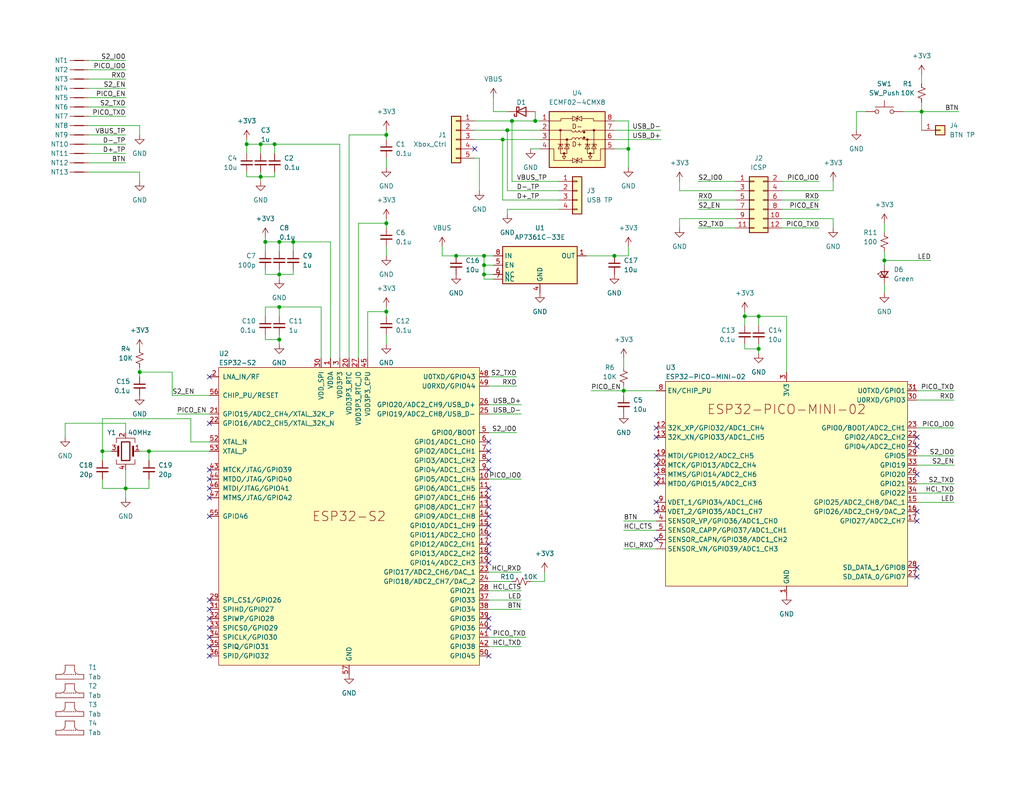
<source format=kicad_sch>
(kicad_sch (version 20250114) (generator "eeschema") (generator_version "9.0")
  (paper "USLetter")
  (title_block (title "BlueRetroX") (date "2025-03-02") (rev "v2.3") (company "©2024-2025 Jacques Gagnon, licensed under CC-BY-4.0"))
  (junction (at 71.12 39.37))
  (junction (at 251.46 30.48))
  (junction (at 76.2 83.82))
  (junction (at 171.45 40.64))
  (junction (at 38.1 101.6))
  (junction (at 74.93 39.37))
  (junction (at 105.41 36.83))
  (junction (at 105.41 60.96))
  (junction (at 146.05 33.02))
  (junction (at 27.94 123.19))
  (junction (at 67.31 39.37))
  (junction (at 203.2 86.36))
  (junction (at 71.12 48.26))
  (junction (at 137.16 38.1))
  (junction (at 207.01 95.25))
  (junction (at 207.01 86.36))
  (junction (at 76.2 92.71))
  (junction (at 124.46 69.85))
  (junction (at 241.3 71.12))
  (junction (at 170.18 106.68))
  (junction (at 40.64 123.19))
  (junction (at 167.64 69.85))
  (junction (at 105.41 85.09))
  (junction (at 132.08 69.85))
  (junction (at 34.29 133.35))
  (junction (at 132.08 72.39))
  (junction (at 138.43 35.56))
  (junction (at 72.39 66.04))
  (junction (at 76.2 66.04))
  (junction (at 76.2 74.93))
  (junction (at 80.01 66.04))
  (junction (at 132.08 74.93))
  (junction (at 139.7 33.02))
  (no_connect (at 57.15 140.97))
  (no_connect (at 179.07 132.08))
  (no_connect (at 133.35 179.07))
  (no_connect (at 57.15 135.89))
  (no_connect (at 179.07 139.7))
  (no_connect (at 250.19 157.48))
  (no_connect (at 179.07 129.54))
  (no_connect (at 250.19 119.38))
  (no_connect (at 57.15 173.99))
  (no_connect (at 133.35 168.91))
  (no_connect (at 57.15 176.53))
  (no_connect (at 133.35 123.19))
  (no_connect (at 133.35 148.59))
  (no_connect (at 133.35 140.97))
  (no_connect (at 133.35 171.45))
  (no_connect (at 179.07 127))
  (no_connect (at 133.35 138.43))
  (no_connect (at 129.54 40.64))
  (no_connect (at 250.19 142.24))
  (no_connect (at 57.15 179.07))
  (no_connect (at 133.35 120.65))
  (no_connect (at 57.15 128.27))
  (no_connect (at 133.35 128.27))
  (no_connect (at 57.15 130.81))
  (no_connect (at 250.19 129.54))
  (no_connect (at 133.35 146.05))
  (no_connect (at 250.19 121.92))
  (no_connect (at 133.35 153.67))
  (no_connect (at 179.07 119.38))
  (no_connect (at 133.35 135.89))
  (no_connect (at 250.19 154.94))
  (no_connect (at 57.15 166.37))
  (no_connect (at 57.15 171.45))
  (no_connect (at 250.19 139.7))
  (no_connect (at 57.15 168.91))
  (no_connect (at 57.15 115.57))
  (no_connect (at 179.07 137.16))
  (no_connect (at 133.35 151.13))
  (no_connect (at 133.35 125.73))
  (no_connect (at 57.15 163.83))
  (no_connect (at 57.15 102.87))
  (no_connect (at 133.35 133.35))
  (no_connect (at 179.07 147.32))
  (no_connect (at 133.35 143.51))
  (no_connect (at 179.07 116.84))
  (no_connect (at 57.15 133.35))
  (no_connect (at 179.07 124.46))
  (wire (pts (xy 38.1 101.6) (xy 38.1 102.87)))
  (wire (pts (xy 72.39 66.04) (xy 72.39 64.77)))
  (wire (pts (xy 27.94 130.81) (xy 27.94 133.35)))
  (wire (pts (xy 97.79 97.79) (xy 97.79 60.96)))
  (wire (pts (xy 171.45 33.02) (xy 171.45 40.64)))
  (wire (pts (xy 170.18 97.79) (xy 170.18 100.33)))
  (wire (pts (xy 207.01 86.36) (xy 214.63 86.36)))
  (wire (pts (xy 38.1 123.19) (xy 40.64 123.19)))
  (wire (pts (xy 227.33 59.69) (xy 227.33 62.23)))
  (wire (pts (xy 152.4 52.07) (xy 138.43 52.07)))
  (wire (pts (xy 167.64 38.1) (xy 180.34 38.1)))
  (wire (pts (xy 213.36 54.61) (xy 223.52 54.61)))
  (wire (pts (xy 167.64 33.02) (xy 171.45 33.02)))
  (wire (pts (xy 27.94 123.19) (xy 30.48 123.19)))
  (wire (pts (xy 76.2 73.66) (xy 76.2 74.93)))
  (wire (pts (xy 246.38 30.48) (xy 251.46 30.48)))
  (wire (pts (xy 251.46 30.48) (xy 261.62 30.48)))
  (wire (pts (xy 185.42 59.69) (xy 200.66 59.69)))
  (wire (pts (xy 144.78 40.64) (xy 147.32 40.64)))
  (wire (pts (xy 146.05 33.02) (xy 147.32 33.02)))
  (wire (pts (xy 24.13 36.83) (xy 34.29 36.83)))
  (wire (pts (xy 27.94 114.3) (xy 52.07 114.3)))
  (wire (pts (xy 132.08 74.93) (xy 132.08 72.39)))
  (wire (pts (xy 134.62 30.48) (xy 134.62 26.67)))
  (wire (pts (xy 213.36 49.53) (xy 223.52 49.53)))
  (wire (pts (xy 203.2 95.25) (xy 207.01 95.25)))
  (wire (pts (xy 200.66 57.15) (xy 190.5 57.15)))
  (wire (pts (xy 133.35 158.75) (xy 139.7 158.75)))
  (wire (pts (xy 24.13 26.67) (xy 34.29 26.67)))
  (wire (pts (xy 87.63 83.82) (xy 76.2 83.82)))
  (wire (pts (xy 133.35 156.21) (xy 142.24 156.21)))
  (wire (pts (xy 40.64 123.19) (xy 57.15 123.19)))
  (wire (pts (xy 67.31 39.37) (xy 67.31 41.91)))
  (wire (pts (xy 76.2 83.82) (xy 76.2 86.36)))
  (wire (pts (xy 161.29 106.68) (xy 170.18 106.68)))
  (wire (pts (xy 170.18 149.86) (xy 179.07 149.86)))
  (wire (pts (xy 105.41 91.44) (xy 105.41 93.98)))
  (wire (pts (xy 130.81 43.18) (xy 130.81 52.07)))
  (wire (pts (xy 139.7 33.02) (xy 139.7 49.53)))
  (wire (pts (xy 200.66 49.53) (xy 190.5 49.53)))
  (wire (pts (xy 24.13 16.51) (xy 34.29 16.51)))
  (wire (pts (xy 38.1 46.99) (xy 38.1 49.53)))
  (wire (pts (xy 100.33 85.09) (xy 105.41 85.09)))
  (wire (pts (xy 34.29 128.27) (xy 34.29 133.35)))
  (wire (pts (xy 72.39 66.04) (xy 72.39 68.58)))
  (wire (pts (xy 233.68 30.48) (xy 233.68 35.56)))
  (wire (pts (xy 170.18 106.68) (xy 179.07 106.68)))
  (wire (pts (xy 72.39 92.71) (xy 76.2 92.71)))
  (wire (pts (xy 241.3 77.47) (xy 241.3 80.01)))
  (wire (pts (xy 214.63 86.36) (xy 214.63 101.6)))
  (wire (pts (xy 105.41 35.56) (xy 105.41 36.83)))
  (wire (pts (xy 207.01 86.36) (xy 207.01 88.9)))
  (wire (pts (xy 34.29 118.11) (xy 34.29 115.57)))
  (wire (pts (xy 124.46 69.85) (xy 132.08 69.85)))
  (wire (pts (xy 142.24 163.83) (xy 133.35 163.83)))
  (wire (pts (xy 137.16 38.1) (xy 147.32 38.1)))
  (wire (pts (xy 133.35 118.11) (xy 140.97 118.11)))
  (wire (pts (xy 133.35 176.53) (xy 142.24 176.53)))
  (wire (pts (xy 27.94 114.3) (xy 27.94 123.19)))
  (wire (pts (xy 170.18 106.68) (xy 170.18 107.95)))
  (wire (pts (xy 133.35 113.03) (xy 142.24 113.03)))
  (wire (pts (xy 134.62 76.2) (xy 132.08 76.2)))
  (wire (pts (xy 17.78 115.57) (xy 17.78 119.38)))
  (wire (pts (xy 90.17 97.79) (xy 90.17 66.04)))
  (wire (pts (xy 100.33 97.79) (xy 100.33 85.09)))
  (wire (pts (xy 148.59 158.75) (xy 148.59 156.21)))
  (wire (pts (xy 142.24 166.37) (xy 133.35 166.37)))
  (wire (pts (xy 67.31 39.37) (xy 67.31 38.1)))
  (wire (pts (xy 74.93 39.37) (xy 74.93 41.91)))
  (wire (pts (xy 133.35 173.99) (xy 143.51 173.99)))
  (wire (pts (xy 105.41 36.83) (xy 105.41 38.1)))
  (wire (pts (xy 203.2 93.98) (xy 203.2 95.25)))
  (wire (pts (xy 97.79 60.96) (xy 105.41 60.96)))
  (wire (pts (xy 207.01 95.25) (xy 207.01 96.52)))
  (wire (pts (xy 24.13 41.91) (xy 34.29 41.91)))
  (wire (pts (xy 74.93 39.37) (xy 71.12 39.37)))
  (wire (pts (xy 139.7 49.53) (xy 152.4 49.53)))
  (wire (pts (xy 74.93 39.37) (xy 92.71 39.37)))
  (wire (pts (xy 129.54 33.02) (xy 139.7 33.02)))
  (wire (pts (xy 133.35 105.41) (xy 140.97 105.41)))
  (wire (pts (xy 67.31 48.26) (xy 71.12 48.26)))
  (wire (pts (xy 251.46 27.94) (xy 251.46 30.48)))
  (wire (pts (xy 250.19 137.16) (xy 260.35 137.16)))
  (wire (pts (xy 170.18 144.78) (xy 179.07 144.78)))
  (wire (pts (xy 40.64 130.81) (xy 40.64 133.35)))
  (wire (pts (xy 27.94 123.19) (xy 27.94 125.73)))
  (wire (pts (xy 251.46 30.48) (xy 251.46 35.56)))
  (wire (pts (xy 72.39 74.93) (xy 76.2 74.93)))
  (wire (pts (xy 38.1 100.33) (xy 38.1 101.6)))
  (wire (pts (xy 146.05 30.48) (xy 146.05 33.02)))
  (wire (pts (xy 38.1 34.29) (xy 38.1 36.83)))
  (wire (pts (xy 120.65 69.85) (xy 124.46 69.85)))
  (wire (pts (xy 40.64 133.35) (xy 34.29 133.35)))
  (wire (pts (xy 24.13 24.13) (xy 34.29 24.13)))
  (wire (pts (xy 34.29 133.35) (xy 34.29 135.89)))
  (wire (pts (xy 57.15 120.65) (xy 52.07 120.65)))
  (wire (pts (xy 80.01 66.04) (xy 76.2 66.04)))
  (wire (pts (xy 134.62 72.39) (xy 132.08 72.39)))
  (wire (pts (xy 133.35 130.81) (xy 142.24 130.81)))
  (wire (pts (xy 72.39 91.44) (xy 72.39 92.71)))
  (wire (pts (xy 250.19 109.22) (xy 260.35 109.22)))
  (wire (pts (xy 250.19 124.46) (xy 260.35 124.46)))
  (wire (pts (xy 105.41 67.31) (xy 105.41 69.85)))
  (wire (pts (xy 138.43 57.15) (xy 138.43 58.42)))
  (wire (pts (xy 152.4 54.61) (xy 137.16 54.61)))
  (wire (pts (xy 236.22 30.48) (xy 233.68 30.48)))
  (wire (pts (xy 105.41 59.69) (xy 105.41 60.96)))
  (wire (pts (xy 203.2 85.09) (xy 203.2 86.36)))
  (wire (pts (xy 227.33 52.07) (xy 227.33 49.53)))
  (wire (pts (xy 213.36 59.69) (xy 227.33 59.69)))
  (wire (pts (xy 72.39 73.66) (xy 72.39 74.93)))
  (wire (pts (xy 92.71 97.79) (xy 92.71 39.37)))
  (wire (pts (xy 80.01 66.04) (xy 80.01 68.58)))
  (wire (pts (xy 129.54 38.1) (xy 137.16 38.1)))
  (wire (pts (xy 80.01 73.66) (xy 80.01 74.93)))
  (wire (pts (xy 76.2 92.71) (xy 76.2 93.98)))
  (wire (pts (xy 80.01 74.93) (xy 76.2 74.93)))
  (wire (pts (xy 137.16 54.61) (xy 137.16 38.1)))
  (wire (pts (xy 105.41 85.09) (xy 105.41 86.36)))
  (wire (pts (xy 171.45 40.64) (xy 171.45 45.72)))
  (wire (pts (xy 71.12 48.26) (xy 71.12 49.53)))
  (wire (pts (xy 24.13 39.37) (xy 34.29 39.37)))
  (wire (pts (xy 95.25 36.83) (xy 95.25 97.79)))
  (wire (pts (xy 213.36 52.07) (xy 227.33 52.07)))
  (wire (pts (xy 40.64 123.19) (xy 40.64 125.73)))
  (wire (pts (xy 241.3 60.96) (xy 241.3 63.5)))
  (wire (pts (xy 207.01 93.98) (xy 207.01 95.25)))
  (wire (pts (xy 76.2 91.44) (xy 76.2 92.71)))
  (wire (pts (xy 105.41 60.96) (xy 105.41 62.23)))
  (wire (pts (xy 76.2 83.82) (xy 72.39 83.82)))
  (wire (pts (xy 213.36 57.15) (xy 223.52 57.15)))
  (wire (pts (xy 76.2 66.04) (xy 72.39 66.04)))
  (wire (pts (xy 76.2 74.93) (xy 76.2 76.2)))
  (wire (pts (xy 134.62 74.93) (xy 132.08 74.93)))
  (wire (pts (xy 71.12 39.37) (xy 71.12 41.91)))
  (wire (pts (xy 138.43 52.07) (xy 138.43 35.56)))
  (wire (pts (xy 24.13 46.99) (xy 38.1 46.99)))
  (wire (pts (xy 74.93 46.99) (xy 74.93 48.26)))
  (wire (pts (xy 120.65 67.31) (xy 120.65 69.85)))
  (wire (pts (xy 24.13 19.05) (xy 34.29 19.05)))
  (wire (pts (xy 185.42 52.07) (xy 185.42 49.53)))
  (wire (pts (xy 250.19 116.84) (xy 260.35 116.84)))
  (wire (pts (xy 185.42 59.69) (xy 185.42 62.23)))
  (wire (pts (xy 46.99 107.95) (xy 46.99 101.6)))
  (wire (pts (xy 71.12 46.99) (xy 71.12 48.26)))
  (wire (pts (xy 105.41 36.83) (xy 95.25 36.83)))
  (wire (pts (xy 139.7 33.02) (xy 146.05 33.02)))
  (wire (pts (xy 241.3 68.58) (xy 241.3 71.12)))
  (wire (pts (xy 250.19 106.68) (xy 260.35 106.68)))
  (wire (pts (xy 144.78 158.75) (xy 148.59 158.75)))
  (wire (pts (xy 167.64 40.64) (xy 171.45 40.64)))
  (wire (pts (xy 133.35 102.87) (xy 140.97 102.87)))
  (wire (pts (xy 200.66 54.61) (xy 190.5 54.61)))
  (wire (pts (xy 152.4 57.15) (xy 138.43 57.15)))
  (wire (pts (xy 71.12 48.26) (xy 74.93 48.26)))
  (wire (pts (xy 105.41 43.18) (xy 105.41 45.72)))
  (wire (pts (xy 27.94 133.35) (xy 34.29 133.35)))
  (wire (pts (xy 132.08 72.39) (xy 132.08 69.85)))
  (wire (pts (xy 132.08 69.85) (xy 134.62 69.85)))
  (wire (pts (xy 57.15 113.03) (xy 48.26 113.03)))
  (wire (pts (xy 203.2 86.36) (xy 203.2 88.9)))
  (wire (pts (xy 72.39 83.82) (xy 72.39 86.36)))
  (wire (pts (xy 185.42 52.07) (xy 200.66 52.07)))
  (wire (pts (xy 171.45 69.85) (xy 171.45 67.31)))
  (wire (pts (xy 67.31 46.99) (xy 67.31 48.26)))
  (wire (pts (xy 105.41 83.82) (xy 105.41 85.09)))
  (wire (pts (xy 76.2 66.04) (xy 76.2 68.58)))
  (wire (pts (xy 134.62 30.48) (xy 138.43 30.48)))
  (wire (pts (xy 241.3 71.12) (xy 241.3 72.39)))
  (wire (pts (xy 251.46 20.32) (xy 251.46 22.86)))
  (wire (pts (xy 90.17 66.04) (xy 80.01 66.04)))
  (wire (pts (xy 132.08 76.2) (xy 132.08 74.93)))
  (wire (pts (xy 133.35 110.49) (xy 142.24 110.49)))
  (wire (pts (xy 24.13 34.29) (xy 38.1 34.29)))
  (wire (pts (xy 170.18 142.24) (xy 179.07 142.24)))
  (wire (pts (xy 170.18 105.41) (xy 170.18 106.68)))
  (wire (pts (xy 133.35 161.29) (xy 142.24 161.29)))
  (wire (pts (xy 52.07 120.65) (xy 52.07 114.3)))
  (wire (pts (xy 250.19 132.08) (xy 260.35 132.08)))
  (wire (pts (xy 250.19 127) (xy 260.35 127)))
  (wire (pts (xy 129.54 43.18) (xy 130.81 43.18)))
  (wire (pts (xy 207.01 86.36) (xy 203.2 86.36)))
  (wire (pts (xy 160.02 69.85) (xy 167.64 69.85)))
  (wire (pts (xy 241.3 71.12) (xy 254 71.12)))
  (wire (pts (xy 24.13 21.59) (xy 34.29 21.59)))
  (wire (pts (xy 87.63 97.79) (xy 87.63 83.82)))
  (wire (pts (xy 46.99 101.6) (xy 38.1 101.6)))
  (wire (pts (xy 200.66 62.23) (xy 190.5 62.23)))
  (wire (pts (xy 24.13 44.45) (xy 34.29 44.45)))
  (wire (pts (xy 129.54 35.56) (xy 138.43 35.56)))
  (wire (pts (xy 57.15 107.95) (xy 46.99 107.95)))
  (wire (pts (xy 34.29 115.57) (xy 17.78 115.57)))
  (wire (pts (xy 167.64 69.85) (xy 171.45 69.85)))
  (wire (pts (xy 250.19 134.62) (xy 260.35 134.62)))
  (wire (pts (xy 24.13 31.75) (xy 34.29 31.75)))
  (wire (pts (xy 167.64 35.56) (xy 180.34 35.56)))
  (wire (pts (xy 213.36 62.23) (xy 223.52 62.23)))
  (wire (pts (xy 24.13 29.21) (xy 34.29 29.21)))
  (wire (pts (xy 71.12 39.37) (xy 67.31 39.37)))
  (wire (pts (xy 138.43 35.56) (xy 147.32 35.56)))
  (label "BTN" (at 34.29 44.45 180))
  (label "S2_EN" (at 190.5 57.15 0))
  (label "D-_TP" (at 140.97 52.07 0))
  (label "HCI_RXD" (at 142.24 156.21 180))
  (label "RXD" (at 140.97 105.41 180))
  (label "D+_TP" (at 140.97 54.61 0))
  (label "PICO_IO0" (at 223.52 49.53 180))
  (label "S2_TXD" (at 140.97 102.87 180))
  (label "PICO_TXD" (at 34.29 31.75 180))
  (label "PICO_TXD" (at 223.52 62.23 180))
  (label "HCI_TXD" (at 260.35 134.62 180))
  (label "PICO_IO0" (at 142.24 130.81 180))
  (label "PICO_TXD" (at 143.51 173.99 180))
  (label "USB_D-" (at 180.34 35.56 180))
  (label "S2_EN" (at 34.29 24.13 180))
  (label "RXD" (at 260.35 109.22 180))
  (label "S2_IO0" (at 140.97 118.11 180))
  (label "S2_TXD" (at 190.5 62.23 0))
  (label "S2_EN" (at 46.99 107.95 0))
  (label "PICO_EN" (at 161.29 106.68 0))
  (label "RXD" (at 223.52 54.61 180))
  (label "PICO_IO0" (at 260.35 116.84 180))
  (label "VBUS_TP" (at 34.29 36.83 180))
  (label "PICO_TXD" (at 260.35 106.68 180))
  (label "BTN" (at 142.24 166.37 180))
  (label "S2_EN" (at 260.35 127 180))
  (label "PICO_EN" (at 48.26 113.03 0))
  (label "VBUS_TP" (at 140.97 49.53 0))
  (label "HCI_CTS" (at 142.24 161.29 180))
  (label "RXD" (at 190.5 54.61 0))
  (label "S2_TXD" (at 260.35 132.08 180))
  (label "HCI_TXD" (at 142.24 176.53 180))
  (label "RXD" (at 34.29 21.59 180))
  (label "LED" (at 254 71.12 180))
  (label "S2_IO0" (at 34.29 16.51 180))
  (label "HCI_CTS" (at 170.18 144.78 0))
  (label "PICO_EN" (at 34.29 26.67 180))
  (label "S2_IO0" (at 190.5 49.53 0))
  (label "BTN" (at 261.62 30.48 180))
  (label "S2_IO0" (at 260.35 124.46 180))
  (label "D+_TP" (at 34.29 41.91 180))
  (label "HCI_RXD" (at 170.18 149.86 0))
  (label "PICO_EN" (at 223.52 57.15 180))
  (label "USB_D-" (at 142.24 113.03 180))
  (label "PICO_IO0" (at 34.29 19.05 180))
  (label "USB_D+" (at 180.34 38.1 180))
  (label "LED" (at 260.35 137.16 180))
  (label "USB_D+" (at 142.24 110.49 180))
  (label "LED" (at 142.24 163.83 180))
  (label "S2_TXD" (at 34.29 29.21 180))
  (label "BTN" (at 170.18 142.24 0))
  (label "D-_TP" (at 34.29 39.37 180))
  (symbol (lib_id "xbox:Crystal_GND24") (at 34.29 123.19 0) (mirror y) (unit 1)
    (property "Reference" "Y1" (at 30.48 118.11 0))
    (property "Value" "40MHz" (at 38.1 118.11 0))
    (property "Footprint" "xbox:Crystal_SMD_2016-4Pin_2.0x1.6mm" (effects (hide yes)))
    (property "Digikey" "FW400WFMR1TR-ND" (effects (hide yes)))
    (property "JLC" "C2875288" (effects (hide yes)))
  )
  (symbol (lib_id "xbox:Conn_01x04") (at 157.48 52.07 0) (unit 1)
    (property "Reference" "J3" (at 160.02 52.07 0) (effects (justify left)))
    (property "Value" "USB TP" (at 160.02 54.61 0) (effects (justify left)))
    (property "Footprint" "xbox:PinHeader_1x04_P1.00mm_Vertical" (effects (hide yes)))
    (property "Digikey" "DNP" (effects (hide yes)))
    (property "JLC" "DNP" (effects (hide yes)))
  )
  (symbol (lib_id "xbox:NetTie") (at 21.59 44.45 180) (unit 1) (in_bom no)
    (property "Reference" "NT12" (at 16.256 44.45 0))
    (property "Value" "NetTie" (effects (hide yes)))
    (property "Footprint" "xbox:NetTie_SMD_Pad0.12mm" (effects (hide yes)))
    (property "Description" "Net tie, 2 pins" (effects (hide yes)))
  )
  (symbol (lib_id "xbox:+3V3") (at 251.46 20.32 0) (unit 1)
    (property "Reference" "#PWR037" (effects (hide yes)))
    (property "Value" "+3V3" (at 251.46 15.24 0))
  )
  (symbol (lib_id "xbox:ECMF02-4CMX8") (at 157.48 38.1 0) (unit 1)
    (property "Reference" "U4" (at 157.48 25.4 0))
    (property "Value" "ECMF02-4CMX8" (at 157.48 27.94 0))
    (property "Footprint" "xbox:UQFN-8L_2.5x1.2mm_P0.5mm" (effects (hide yes)))
    (property "Datasheet" "https://www.st.com/resource/en/datasheet/ecmf02-2amx6.pdf" (effects (hide yes)))
    (property "Digikey" "497-13420-2-ND" (effects (hide yes)))
    (property "JLC" "C717678" (effects (hide yes)))
    (property "JLCPCB Rotation Offset" "-90" (effects (hide yes)))
  )
  (symbol (lib_id "xbox:+3V3") (at 171.45 67.31 0) (unit 1)
    (property "Reference" "#PWR021" (effects (hide yes)))
    (property "Value" "+3V3" (at 171.45 62.23 0))
  )
  (symbol (lib_id "xbox:D_Schottky") (at 142.24 30.48 0) (mirror x) (unit 1)
    (property "Reference" "D1" (at 142.24 27.94 0))
    (property "Value" "PMEG6010ESBYL" (effects (hide yes)))
    (property "Footprint" "xbox:DSN1006-2_0.6x1mm_P0.65mm" (effects (hide yes)))
    (property "Digikey" "1727-2401-2-ND" (effects (hide yes)))
    (property "JLC" "C552935" (effects (hide yes)))
  )
  (symbol (lib_id "xbox:GND") (at 71.12 49.53 0) (unit 1)
    (property "Reference" "#PWR06" (effects (hide yes)))
    (property "Value" "GND" (at 71.12 54.61 0))
  )
  (symbol (lib_id "xbox:Tab") (at 19.05 199.39 0) (unit 1) (in_bom no)
    (property "Reference" "T4" (at 24.13 197.485 0) (effects (justify left)))
    (property "Value" "Tab" (at 24.13 200.025 0) (effects (justify left)))
    (property "Footprint" "xbox:Tab" (effects (hide yes)))
    (property "Digikey" "DNP" (effects (hide yes)))
    (property "JLC" "DNP" (effects (hide yes)))
  )
  (symbol (lib_id "xbox:NetTie") (at 21.59 21.59 180) (unit 1) (in_bom no)
    (property "Reference" "NT3" (at 16.764 21.59 0))
    (property "Value" "NetTie" (effects (hide yes)))
    (property "Footprint" "xbox:NetTie_SMD_Pad0.12mm" (effects (hide yes)))
    (property "Description" "Net tie, 2 pins" (effects (hide yes)))
  )
  (symbol (lib_id "xbox:NetTie") (at 21.59 24.13 180) (unit 1) (in_bom no)
    (property "Reference" "NT4" (at 16.764 24.13 0))
    (property "Value" "NetTie" (effects (hide yes)))
    (property "Footprint" "xbox:NetTie_SMD_Pad0.12mm" (effects (hide yes)))
    (property "Description" "Net tie, 2 pins" (effects (hide yes)))
  )
  (symbol (lib_id "xbox:R_Small_US") (at 38.1 97.79 180) (unit 1)
    (property "Reference" "R4" (at 34.29 95.25 0))
    (property "Value" "10K" (at 34.29 97.79 0))
    (property "Footprint" "xbox:R_0402_1005Metric" (effects (hide yes)))
    (property "Digikey" "311-10.0KMTR-ND" (effects (hide yes)))
    (property "JLC" "C25744" (effects (hide yes)))
  )
  (symbol (lib_id "xbox:+3V3") (at 203.2 85.09 0) (unit 1)
    (property "Reference" "#PWR017" (effects (hide yes)))
    (property "Value" "+3V3" (at 203.2 80.01 0))
  )
  (symbol (lib_id "xbox:C_Small") (at 207.01 91.44 0) (unit 1)
    (property "Reference" "C14" (at 209.55 90.1763 0) (effects (justify left)))
    (property "Value" "10u" (at 209.55 92.7163 0) (effects (justify left)))
    (property "Footprint" "xbox:C_0402_1005Metric" (effects (hide yes)))
    (property "Digikey" "490-GRM155R60J106ME05JTR-ND" (effects (hide yes)))
    (property "JLC" "C15525" (effects (hide yes)))
  )
  (symbol (lib_id "xbox:+3V3") (at 241.3 60.96 0) (unit 1)
    (property "Reference" "#PWR033" (effects (hide yes)))
    (property "Value" "+3V3" (at 241.3 55.88 0))
  )
  (symbol (lib_id "xbox:SW_Push") (at 241.3 30.48 0) (mirror y) (unit 1)
    (property "Reference" "SW1" (at 241.3 22.86 0))
    (property "Value" "SW_Push" (at 241.3 25.4 0))
    (property "Footprint" "xbox:SW_SPST_B3U-3000P" (effects (hide yes)))
    (property "Digikey" "SW1022TR-ND" (effects (hide yes)))
    (property "JLC" "C963349" (effects (hide yes)))
  )
  (symbol (lib_id "xbox:GND") (at 105.41 93.98 0) (unit 1)
    (property "Reference" "#PWR015" (effects (hide yes)))
    (property "Value" "GND" (at 105.41 99.06 0))
  )
  (symbol (lib_id "xbox:GND") (at 241.3 80.01 0) (unit 1)
    (property "Reference" "#PWR038" (effects (hide yes)))
    (property "Value" "GND" (at 241.3 85.09 0))
  )
  (symbol (lib_id "xbox:GND") (at 214.63 162.56 0) (unit 1)
    (property "Reference" "#PWR031" (effects (hide yes)))
    (property "Value" "GND" (at 214.63 167.64 0))
  )
  (symbol (lib_id "xbox:C_Small") (at 72.39 88.9 0) (mirror y) (unit 1)
    (property "Reference" "C10" (at 69.85 87.6363 0) (effects (justify left)))
    (property "Value" "0.1u" (at 69.85 90.1763 0) (effects (justify left)))
    (property "Footprint" "xbox:C_0201_0603Metric" (effects (hide yes)))
    (property "Digikey" "587-5831-2-ND" (effects (hide yes)))
    (property "JLC" "C76928" (effects (hide yes)))
  )
  (symbol (lib_id "xbox:GND") (at 144.78 40.64 0) (unit 1)
    (property "Reference" "#PWR05" (effects (hide yes)))
    (property "Value" "GND" (at 144.78 45.72 0))
  )
  (symbol (lib_id "xbox:GND") (at 138.43 58.42 0) (unit 1)
    (property "Reference" "#PWR036" (effects (hide yes)))
    (property "Value" "GND" (at 138.43 63.5 0))
  )
  (symbol (lib_id "xbox:Tab") (at 19.05 194.31 0) (unit 1) (in_bom no)
    (property "Reference" "T3" (at 24.13 192.405 0) (effects (justify left)))
    (property "Value" "Tab" (at 24.13 194.945 0) (effects (justify left)))
    (property "Footprint" "xbox:Tab" (effects (hide yes)))
    (property "Digikey" "DNP" (effects (hide yes)))
    (property "JLC" "DNP" (effects (hide yes)))
  )
  (symbol (lib_id "xbox:GND") (at 76.2 93.98 0) (unit 1)
    (property "Reference" "#PWR014" (effects (hide yes)))
    (property "Value" "GND" (at 76.2 99.06 0))
  )
  (symbol (lib_id "xbox:GND") (at 207.01 96.52 0) (unit 1)
    (property "Reference" "#PWR018" (effects (hide yes)))
    (property "Value" "GND" (at 207.01 101.6 0))
  )
  (symbol (lib_id "xbox:C_Small") (at 105.41 64.77 0) (unit 1)
    (property "Reference" "C6" (at 107.95 63.5063 0) (effects (justify left)))
    (property "Value" "0.1u" (at 107.95 66.0463 0) (effects (justify left)))
    (property "Footprint" "xbox:C_0201_0603Metric" (effects (hide yes)))
    (property "Digikey" "587-5831-2-ND" (effects (hide yes)))
    (property "JLC" "C76928" (effects (hide yes)))
  )
  (symbol (lib_id "xbox:GND") (at 124.46 74.93 0) (unit 1)
    (property "Reference" "#PWR022" (effects (hide yes)))
    (property "Value" "GND" (at 124.46 80.01 0))
  )
  (symbol (lib_id "xbox:GND") (at 167.64 74.93 0) (unit 1)
    (property "Reference" "#PWR023" (effects (hide yes)))
    (property "Value" "GND" (at 167.64 80.01 0))
  )
  (symbol (lib_id "xbox:NetTie") (at 21.59 29.21 180) (unit 1) (in_bom no)
    (property "Reference" "NT6" (at 16.764 29.21 0))
    (property "Value" "NetTie" (effects (hide yes)))
    (property "Footprint" "xbox:NetTie_SMD_Pad0.12mm" (effects (hide yes)))
    (property "Description" "Net tie, 2 pins" (effects (hide yes)))
  )
  (symbol (lib_id "xbox:C_Small") (at 170.18 110.49 0) (unit 1)
    (property "Reference" "C5" (at 172.72 109.2263 0) (effects (justify left)))
    (property "Value" "10u" (at 172.72 111.7663 0) (effects (justify left)))
    (property "Footprint" "xbox:C_0402_1005Metric" (effects (hide yes)))
    (property "Digikey" "490-GRM155R60J106ME05JTR-ND" (effects (hide yes)))
    (property "JLC" "C15525" (effects (hide yes)))
  )
  (symbol (lib_id "xbox:ESP32-S2") (at 95.25 140.97 0) (unit 1)
    (property "Reference" "U2" (at 59.69 96.52 0) (effects (justify left)))
    (property "Value" "ESP32-S2" (at 59.69 99.06 0) (effects (justify left)))
    (property "Footprint" "xbox:QFN-56-1EP_7x7mm_P0.4mm_EP5.6x5.6mm" (effects (hide yes)))
    (property "Datasheet" "https://www.espressif.com/sites/default/files/documentation/esp32-s2_datasheet_en.pdf" (effects (hide yes)))
    (property "Digikey" "1965-ESP32-S2FN4R2TR-ND" (effects (hide yes)))
    (property "JLC" "C2844252" (effects (hide yes)))
  )
  (symbol (lib_id "xbox:+3V3") (at 105.41 59.69 0) (unit 1)
    (property "Reference" "#PWR08" (effects (hide yes)))
    (property "Value" "+3V3" (at 105.41 54.61 0))
  )
  (symbol (lib_id "xbox:Tab") (at 19.05 184.15 0) (unit 1) (in_bom no)
    (property "Reference" "T1" (at 24.13 182.245 0) (effects (justify left)))
    (property "Value" "Tab" (at 24.13 184.785 0) (effects (justify left)))
    (property "Footprint" "xbox:Tab" (effects (hide yes)))
    (property "Digikey" "DNP" (effects (hide yes)))
    (property "JLC" "DNP" (effects (hide yes)))
  )
  (symbol (lib_id "xbox:C_Small") (at 38.1 105.41 0) (mirror y) (unit 1)
    (property "Reference" "C15" (at 35.56 104.1463 0) (effects (justify left)))
    (property "Value" "0.1u" (at 35.56 106.6863 0) (effects (justify left)))
    (property "Footprint" "xbox:C_0201_0603Metric" (effects (hide yes)))
    (property "Digikey" "587-5831-2-ND" (effects (hide yes)))
    (property "JLC" "C76928" (effects (hide yes)))
  )
  (symbol (lib_id "xbox:GND") (at 105.41 45.72 0) (unit 1)
    (property "Reference" "#PWR04" (effects (hide yes)))
    (property "Value" "GND" (at 105.41 50.8 0))
  )
  (symbol (lib_id "xbox:+3V3") (at 185.42 49.53 0) (mirror y) (unit 1)
    (property "Reference" "#PWR027" (effects (hide yes)))
    (property "Value" "+3V3" (at 185.42 44.45 0))
  )
  (symbol (lib_id "xbox:GND") (at 171.45 45.72 0) (unit 1)
    (property "Reference" "#PWR09" (effects (hide yes)))
    (property "Value" "GND" (at 171.45 50.8 0))
  )
  (symbol (lib_id "xbox:NetTie") (at 21.59 34.29 180) (unit 1) (in_bom no)
    (property "Reference" "NT8" (at 16.764 34.29 0))
    (property "Value" "NetTie" (effects (hide yes)))
    (property "Footprint" "xbox:NetTie_SMD_Pad0.12mm" (effects (hide yes)))
    (property "Description" "Net tie, 2 pins" (effects (hide yes)))
  )
  (symbol (lib_id "xbox:C_Small") (at 27.94 128.27 0) (mirror y) (unit 1)
    (property "Reference" "C18" (at 25.4 127.0063 0) (effects (justify left)))
    (property "Value" "20p" (at 25.4 129.5463 0) (effects (justify left)))
    (property "Footprint" "xbox:C_0402_1005Metric" (effects (hide yes)))
    (property "Digikey" "490-11315-2-ND" (effects (hide yes)))
    (property "JLC" "C1554" (effects (hide yes)))
  )
  (symbol (lib_id "xbox:NetTie") (at 21.59 31.75 180) (unit 1) (in_bom no)
    (property "Reference" "NT7" (at 16.764 31.75 0))
    (property "Value" "NetTie" (effects (hide yes)))
    (property "Footprint" "xbox:NetTie_SMD_Pad0.12mm" (effects (hide yes)))
    (property "Description" "Net tie, 2 pins" (effects (hide yes)))
  )
  (symbol (lib_id "xbox:VBUS") (at 120.65 67.31 0) (unit 1)
    (property "Reference" "#PWR020" (effects (hide yes)))
    (property "Value" "VBUS" (at 120.65 62.23 0))
  )
  (symbol (lib_id "xbox:+3V3") (at 227.33 49.53 0) (unit 1)
    (property "Reference" "#PWR039" (effects (hide yes)))
    (property "Value" "+3V3" (at 227.33 44.45 0))
  )
  (symbol (lib_id "xbox:+3V3") (at 170.18 97.79 0) (unit 1)
    (property "Reference" "#PWR035" (effects (hide yes)))
    (property "Value" "+3V3" (at 170.18 92.71 0))
  )
  (symbol (lib_id "xbox:GND") (at 38.1 107.95 0) (unit 1)
    (property "Reference" "#PWR019" (effects (hide yes)))
    (property "Value" "GND" (at 38.1 113.03 0))
  )
  (symbol (lib_id "xbox:NetTie") (at 21.59 46.99 180) (unit 1) (in_bom no)
    (property "Reference" "NT13" (at 16.256 46.99 0))
    (property "Value" "NetTie" (effects (hide yes)))
    (property "Footprint" "xbox:NetTie_SMD_Pad0.12mm" (effects (hide yes)))
    (property "Description" "Net tie, 2 pins" (effects (hide yes)))
  )
  (symbol (lib_id "xbox:NetTie") (at 21.59 39.37 180) (unit 1) (in_bom no)
    (property "Reference" "NT10" (at 16.256 39.37 0))
    (property "Value" "NetTie" (effects (hide yes)))
    (property "Footprint" "xbox:NetTie_SMD_Pad0.12mm" (effects (hide yes)))
    (property "Description" "Net tie, 2 pins" (effects (hide yes)))
  )
  (symbol (lib_id "xbox:R_Small_US") (at 142.24 158.75 90) (unit 1)
    (property "Reference" "R10" (at 138.43 157.48 90))
    (property "Value" "10K" (at 144.78 157.48 90))
    (property "Footprint" "xbox:R_0402_1005Metric" (effects (hide yes)))
    (property "Digikey" "311-10.0KMTR-ND" (effects (hide yes)))
    (property "JLC" "C25744" (effects (hide yes)))
  )
  (symbol (lib_id "xbox:GND") (at 147.32 80.01 0) (unit 1)
    (property "Reference" "#PWR025" (effects (hide yes)))
    (property "Value" "GND" (at 147.32 85.09 0))
  )
  (symbol (lib_id "xbox:GND") (at 130.81 52.07 0) (unit 1)
    (property "Reference" "#PWR07" (effects (hide yes)))
    (property "Value" "GND" (at 130.81 57.15 0))
  )
  (symbol (lib_id "xbox:C_Small") (at 167.64 72.39 0) (unit 1)
    (property "Reference" "C17" (at 170.18 71.1263 0) (effects (justify left)))
    (property "Value" "10u" (at 170.18 73.6663 0) (effects (justify left)))
    (property "Footprint" "xbox:C_0402_1005Metric" (effects (hide yes)))
    (property "Digikey" "490-GRM155R60J106ME05JTR-ND" (effects (hide yes)))
    (property "JLC" "C15525" (effects (hide yes)))
  )
  (symbol (lib_id "xbox:NetTie") (at 21.59 41.91 180) (unit 1) (in_bom no)
    (property "Reference" "NT11" (at 16.256 41.91 0))
    (property "Value" "NetTie" (effects (hide yes)))
    (property "Footprint" "xbox:NetTie_SMD_Pad0.12mm" (effects (hide yes)))
    (property "Description" "Net tie, 2 pins" (effects (hide yes)))
  )
  (symbol (lib_id "xbox:C_Small") (at 72.39 71.12 0) (mirror y) (unit 1)
    (property "Reference" "C7" (at 69.85 69.8563 0) (effects (justify left)))
    (property "Value" "100p" (at 69.85 72.3963 0) (effects (justify left)))
    (property "Footprint" "xbox:C_0201_0603Metric" (effects (hide yes)))
    (property "Digikey" "490-GRM033R71E101JA01DTR-ND" (effects (hide yes)))
    (property "JLC" "C161485" (effects (hide yes)))
  )
  (symbol (lib_id "xbox:GND") (at 233.68 35.56 0) (unit 1)
    (property "Reference" "#PWR030" (effects (hide yes)))
    (property "Value" "GND" (at 233.68 40.64 0))
  )
  (symbol (lib_id "xbox:Tab") (at 19.05 189.23 0) (unit 1) (in_bom no)
    (property "Reference" "T2" (at 24.13 187.325 0) (effects (justify left)))
    (property "Value" "Tab" (at 24.13 189.865 0) (effects (justify left)))
    (property "Footprint" "xbox:Tab" (effects (hide yes)))
    (property "Digikey" "DNP" (effects (hide yes)))
    (property "JLC" "DNP" (effects (hide yes)))
  )
  (symbol (lib_id "xbox:C_Small") (at 74.93 44.45 0) (unit 1)
    (property "Reference" "C2" (at 77.47 43.1863 0) (effects (justify left)))
    (property "Value" "0.1u" (at 77.47 45.7263 0) (effects (justify left)))
    (property "Footprint" "xbox:C_0201_0603Metric" (effects (hide yes)))
    (property "Digikey" "587-5831-2-ND" (effects (hide yes)))
    (property "JLC" "C76928" (effects (hide yes)))
  )
  (symbol (lib_id "xbox:C_Small") (at 76.2 88.9 0) (unit 1)
    (property "Reference" "C11" (at 78.74 87.6363 0) (effects (justify left)))
    (property "Value" "1u" (at 78.74 90.1763 0) (effects (justify left)))
    (property "Footprint" "xbox:C_0201_0603Metric" (effects (hide yes)))
    (property "Digikey" "490-GRM032R60J105ME05DTR-ND" (effects (hide yes)))
    (property "JLC" "C237458" (effects (hide yes)))
  )
  (symbol (lib_id "xbox:R_Small_US") (at 251.46 25.4 180) (unit 1)
    (property "Reference" "R1" (at 247.65 22.86 0))
    (property "Value" "10K" (at 247.65 25.4 0))
    (property "Footprint" "xbox:R_0402_1005Metric" (effects (hide yes)))
    (property "Digikey" "311-10.0KMTR-ND" (effects (hide yes)))
    (property "JLC" "C25744" (effects (hide yes)))
  )
  (symbol (lib_id "xbox:+3V3") (at 72.39 64.77 0) (unit 1)
    (property "Reference" "#PWR010" (effects (hide yes)))
    (property "Value" "+3V3" (at 72.39 59.69 0))
  )
  (symbol (lib_id "xbox:C_Small") (at 124.46 72.39 0) (unit 1)
    (property "Reference" "C16" (at 127 71.1263 0) (effects (justify left)))
    (property "Value" "10u" (at 127 73.6663 0) (effects (justify left)))
    (property "Footprint" "xbox:C_0402_1005Metric" (effects (hide yes)))
    (property "Digikey" "490-GRM155R60J106ME05JTR-ND" (effects (hide yes)))
    (property "JLC" "C15525" (effects (hide yes)))
  )
  (symbol (lib_id "xbox:C_Small") (at 105.41 40.64 0) (unit 1)
    (property "Reference" "C1" (at 107.95 39.3763 0) (effects (justify left)))
    (property "Value" "0.1u" (at 107.95 41.9163 0) (effects (justify left)))
    (property "Footprint" "xbox:C_0201_0603Metric" (effects (hide yes)))
    (property "Digikey" "587-5831-2-ND" (effects (hide yes)))
    (property "JLC" "C76928" (effects (hide yes)))
  )
  (symbol (lib_id "xbox:C_Small") (at 203.2 91.44 0) (mirror y) (unit 1)
    (property "Reference" "C13" (at 200.66 90.1763 0) (effects (justify left)))
    (property "Value" "0.1u" (at 200.66 92.7163 0) (effects (justify left)))
    (property "Footprint" "xbox:C_0201_0603Metric" (effects (hide yes)))
    (property "Digikey" "587-5831-2-ND" (effects (hide yes)))
    (property "JLC" "C76928" (effects (hide yes)))
  )
  (symbol (lib_id "xbox:C_Small") (at 40.64 128.27 0) (unit 1)
    (property "Reference" "C19" (at 43.18 127.0063 0) (effects (justify left)))
    (property "Value" "20p" (at 43.18 129.5463 0) (effects (justify left)))
    (property "Footprint" "xbox:C_0402_1005Metric" (effects (hide yes)))
    (property "Digikey" "490-11315-2-ND" (effects (hide yes)))
    (property "JLC" "C1554" (effects (hide yes)))
  )
  (symbol (lib_id "xbox:+3V3") (at 105.41 35.56 0) (unit 1)
    (property "Reference" "#PWR01" (effects (hide yes)))
    (property "Value" "+3V3" (at 105.41 30.48 0))
  )
  (symbol (lib_id "xbox:NetTie") (at 21.59 36.83 180) (unit 1) (in_bom no)
    (property "Reference" "NT9" (at 16.764 36.83 0))
    (property "Value" "NetTie" (effects (hide yes)))
    (property "Footprint" "xbox:NetTie_SMD_Pad0.12mm" (effects (hide yes)))
    (property "Description" "Net tie, 2 pins" (effects (hide yes)))
  )
  (symbol (lib_id "xbox:GND") (at 105.41 69.85 0) (unit 1)
    (property "Reference" "#PWR011" (effects (hide yes)))
    (property "Value" "GND" (at 105.41 74.93 0))
  )
  (symbol (lib_id "xbox:+3V3") (at 67.31 38.1 0) (unit 1)
    (property "Reference" "#PWR03" (effects (hide yes)))
    (property "Value" "+3V3" (at 67.31 33.02 0))
  )
  (symbol (lib_id "xbox:Conn_01x05") (at 124.46 38.1 0) (mirror y) (unit 1)
    (property "Reference" "J1" (at 121.92 36.83 0) (effects (justify left)))
    (property "Value" "Xbox_Ctrl" (at 121.92 39.37 0) (effects (justify left)))
    (property "Footprint" "xbox:Xbox_PinHeader_1x05_P2.00mm_Vertical" (effects (hide yes)))
    (property "Digikey" "DNP" (effects (hide yes)))
    (property "JLC" "DNP" (effects (hide yes)))
  )
  (symbol (lib_id "xbox:C_Small") (at 67.31 44.45 0) (mirror y) (unit 1)
    (property "Reference" "C4" (at 64.77 43.1863 0) (effects (justify left)))
    (property "Value" "10u" (at 64.77 45.7263 0) (effects (justify left)))
    (property "Footprint" "xbox:C_0402_1005Metric" (effects (hide yes)))
    (property "Digikey" "490-GRM155R60J106ME05JTR-ND" (effects (hide yes)))
    (property "JLC" "C15525" (effects (hide yes)))
  )
  (symbol (lib_id "xbox:GND") (at 185.42 62.23 0) (mirror y) (unit 1)
    (property "Reference" "#PWR034" (effects (hide yes)))
    (property "Value" "GND" (at 185.42 67.31 0))
  )
  (symbol (lib_id "xbox:NetTie") (at 21.59 16.51 180) (unit 1) (in_bom no)
    (property "Reference" "NT1" (at 16.764 16.51 0))
    (property "Value" "NetTie" (effects (hide yes)))
    (property "Footprint" "xbox:NetTie_SMD_Pad0.12mm" (effects (hide yes)))
    (property "Description" "Net tie, 2 pins" (effects (hide yes)))
  )
  (symbol (lib_id "xbox:C_Small") (at 80.01 71.12 0) (unit 1)
    (property "Reference" "C9" (at 82.55 69.8563 0) (effects (justify left)))
    (property "Value" "1u" (at 82.55 72.3963 0) (effects (justify left)))
    (property "Footprint" "xbox:C_0201_0603Metric" (effects (hide yes)))
    (property "Digikey" "490-GRM032R60J105ME05DTR-ND" (effects (hide yes)))
    (property "JLC" "C237458" (effects (hide yes)))
  )
  (symbol (lib_id "xbox:GND") (at 38.1 36.83 0) (unit 1)
    (property "Reference" "#PWR041" (effects (hide yes)))
    (property "Value" "GND" (at 38.1 41.91 0))
  )
  (symbol (lib_id "xbox:C_Small") (at 76.2 71.12 0) (unit 1)
    (property "Reference" "C8" (at 76.2 62.23 0) (effects (justify left)))
    (property "Value" "0.1u" (at 76.2 64.77 0) (effects (justify left)))
    (property "Footprint" "xbox:C_0201_0603Metric" (effects (hide yes)))
    (property "Digikey" "587-5831-2-ND" (effects (hide yes)))
    (property "JLC" "C76928" (effects (hide yes)))
  )
  (symbol (lib_id "xbox:GND") (at 227.33 62.23 0) (unit 1)
    (property "Reference" "#PWR040" (effects (hide yes)))
    (property "Value" "GND" (at 227.33 67.31 0))
  )
  (symbol (lib_id "xbox:GND") (at 34.29 135.89 0) (unit 1)
    (property "Reference" "#PWR028" (effects (hide yes)))
    (property "Value" "GND" (at 34.29 140.97 0))
  )
  (symbol (lib_id "xbox:GND") (at 95.25 184.15 0) (unit 1)
    (property "Reference" "#PWR032" (effects (hide yes)))
    (property "Value" "GND" (at 95.25 189.23 0))
  )
  (symbol (lib_id "xbox:AP7361C-33E") (at 147.32 72.39 0) (unit 1)
    (property "Reference" "U1" (at 147.32 62.23 0))
    (property "Value" "AP7361C-33E" (at 147.32 64.77 0))
    (property "Footprint" "xbox:U-DFN3030-8E_3x3mm_P0.65mm_EP1.5x2.25mm" (effects (hide yes)))
    (property "Datasheet" "https://ww1.microchip.com/downloads/aemtest/APID/ProductDocuments/DataSheets/MCP1727-1.5A-Low-Voltage-Low-Quiescent-Current-LDO-Regulator-20001999D.pdf" (effects (hide yes)))
    (property "Digikey" "AP7361C-33FGE-7DITR-ND" (effects (hide yes)))
    (property "JLC" "C151007" (effects (hide yes)))
    (property "JLCPCB Rotation Offset" "-90" (effects (hide yes)))
  )
  (symbol (lib_id "xbox:C_Small") (at 105.41 88.9 0) (unit 1)
    (property "Reference" "C12" (at 107.95 87.6363 0) (effects (justify left)))
    (property "Value" "0.1u" (at 107.95 90.1763 0) (effects (justify left)))
    (property "Footprint" "xbox:C_0201_0603Metric" (effects (hide yes)))
    (property "Digikey" "587-5831-2-ND" (effects (hide yes)))
    (property "JLC" "C76928" (effects (hide yes)))
  )
  (symbol (lib_id "xbox:Conn_01x01") (at 256.54 35.56 0) (unit 1)
    (property "Reference" "J4" (at 259.08 34.2899 0) (effects (justify left)))
    (property "Value" "BTN TP" (at 259.08 36.8299 0) (effects (justify left)))
    (property "Footprint" "xbox:TestPoint_1x01" (effects (hide yes)))
    (property "Description" "Generic connector, single row, 01x01, script generated (kicad-library-utils/schlib/autogen/connector/)" (effects (hide yes)))
  )
  (symbol (lib_id "xbox:GND") (at 17.78 119.38 0) (unit 1)
    (property "Reference" "#PWR024" (effects (hide yes)))
    (property "Value" "GND" (at 17.78 124.46 0))
  )
  (symbol (lib_id "xbox:Conn_02x06_Odd_Even") (at 205.74 54.61 0) (unit 1)
    (property "Reference" "J2" (at 207.01 43.18 0))
    (property "Value" "ICSP" (at 207.01 45.72 0))
    (property "Footprint" "xbox:PinHeader_2x06_P1.00mm" (effects (hide yes)))
    (property "Digikey" "DNP" (effects (hide yes)))
    (property "JLC" "DNP" (effects (hide yes)))
  )
  (symbol (lib_id "xbox:GND") (at 76.2 76.2 0) (unit 1)
    (property "Reference" "#PWR012" (effects (hide yes)))
    (property "Value" "GND" (at 76.2 81.28 0))
  )
  (symbol (lib_id "xbox:GND") (at 170.18 113.03 0) (unit 1)
    (property "Reference" "#PWR026" (effects (hide yes)))
    (property "Value" "GND" (at 170.18 118.11 0))
  )
  (symbol (lib_id "xbox:GND") (at 38.1 49.53 0) (unit 1)
    (property "Reference" "#PWR042" (effects (hide yes)))
    (property "Value" "GND" (at 38.1 54.61 0))
  )
  (symbol (lib_id "xbox:+3V3") (at 105.41 83.82 0) (unit 1)
    (property "Reference" "#PWR013" (effects (hide yes)))
    (property "Value" "+3V3" (at 105.41 78.74 0))
  )
  (symbol (lib_id "xbox:R_Small_US") (at 241.3 66.04 180) (unit 1)
    (property "Reference" "R11" (at 237.49 63.5 0))
    (property "Value" "100" (at 237.49 66.04 0))
    (property "Footprint" "xbox:R_0402_1005Metric" (effects (hide yes)))
    (property "Digikey" "311-100MTR-ND" (effects (hide yes)))
    (property "JLC" "C25076" (effects (hide yes)))
  )
  (symbol (lib_id "xbox:VBUS") (at 134.62 26.67 0) (mirror y) (unit 1)
    (property "Reference" "#PWR02" (effects (hide yes)))
    (property "Value" "VBUS" (at 134.62 21.59 0))
  )
  (symbol (lib_id "xbox:LED_Small") (at 241.3 74.93 90) (unit 1)
    (property "Reference" "D6" (at 243.84 73.5965 90) (effects (justify right)))
    (property "Value" "Green" (at 243.84 76.1365 90) (effects (justify right)))
    (property "Footprint" "xbox:LED_0603_1608Metric" (effects (hide yes)))
    (property "Digikey" "160-1478-2-ND" (effects (hide yes)))
    (property "JLC" "C125113" (effects (hide yes)))
  )
  (symbol (lib_id "xbox:C_Small") (at 71.12 44.45 0) (unit 1)
    (property "Reference" "C3" (at 71.12 35.56 0) (effects (justify left)))
    (property "Value" "1u" (at 71.12 38.1 0) (effects (justify left)))
    (property "Footprint" "xbox:C_0201_0603Metric" (effects (hide yes)))
    (property "Digikey" "490-GRM032R60J105ME05DTR-ND" (effects (hide yes)))
    (property "JLC" "C237458" (effects (hide yes)))
  )
  (symbol (lib_id "xbox:R_Small_US") (at 170.18 102.87 180) (unit 1)
    (property "Reference" "R6" (at 166.37 100.33 0))
    (property "Value" "10K" (at 166.37 102.87 0))
    (property "Footprint" "xbox:R_0402_1005Metric" (effects (hide yes)))
    (property "Digikey" "311-10.0KMTR-ND" (effects (hide yes)))
    (property "JLC" "C25744" (effects (hide yes)))
  )
  (symbol (lib_id "xbox:+3V3") (at 148.59 156.21 0) (unit 1)
    (property "Reference" "#PWR029" (effects (hide yes)))
    (property "Value" "+3V3" (at 148.59 151.13 0))
  )
  (symbol (lib_id "xbox:ESP32-PICO-MINI-02") (at 214.63 132.08 0) (unit 1)
    (property "Reference" "U3" (at 181.61 100.33 0) (effects (justify left)))
    (property "Value" "ESP32-PICO-MINI-02" (at 181.61 102.87 0) (effects (justify left)))
    (property "Footprint" "xbox:ESP32-PICO-MINI-02" (effects (hide yes)))
    (property "Datasheet" "https://www.espressif.com/sites/default/files/documentation/esp32-pico-mini-02_datasheet_en.pdf" (effects (hide yes)))
    (property "Digikey" "1965-ESP32-PICO-MINI-02-N8R2TR-ND" (effects (hide yes)))
    (property "JLC" "C2980306" (effects (hide yes)))
  )
  (symbol (lib_id "xbox:NetTie") (at 21.59 26.67 180) (unit 1) (in_bom no)
    (property "Reference" "NT5" (at 16.764 26.67 0))
    (property "Value" "NetTie" (effects (hide yes)))
    (property "Footprint" "xbox:NetTie_SMD_Pad0.12mm" (effects (hide yes)))
    (property "Description" "Net tie, 2 pins" (effects (hide yes)))
  )
  (symbol (lib_id "xbox:NetTie") (at 21.59 19.05 180) (unit 1) (in_bom no)
    (property "Reference" "NT2" (at 16.764 19.05 0))
    (property "Value" "NetTie" (effects (hide yes)))
    (property "Footprint" "xbox:NetTie_SMD_Pad0.12mm" (effects (hide yes)))
    (property "Description" "Net tie, 2 pins" (effects (hide yes)))
  )
  (symbol (lib_id "xbox:+3V3") (at 38.1 95.25 0) (unit 1)
    (property "Reference" "#PWR016" (effects (hide yes)))
    (property "Value" "+3V3" (at 38.1 90.17 0))
  )
)
</source>
